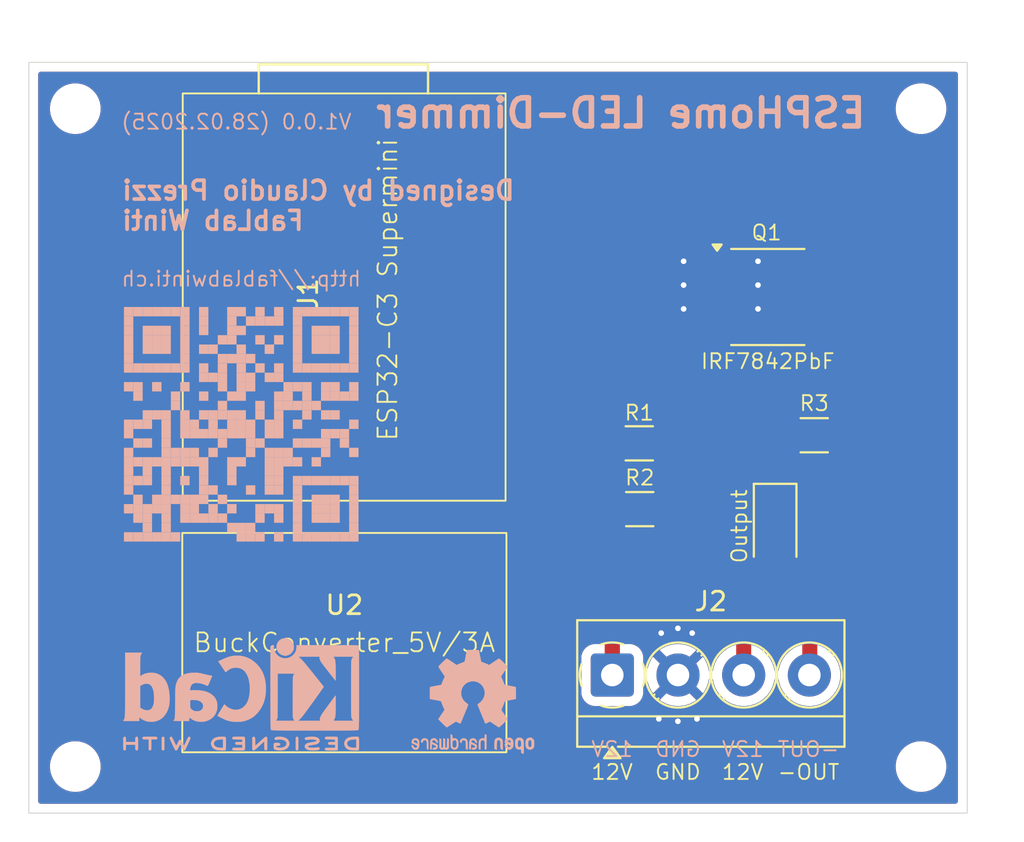
<source format=kicad_pcb>
(kicad_pcb (version 20241229) (generator "pcbnew") (generator_version "9.0")
  (layers (0 "F.Cu" signal) (2 "B.Cu" signal) (13 "F.Paste" user) (15 "B.Paste" user) (5 "F.SilkS" user "F.Silkscreen") (7 "B.SilkS" user "B.Silkscreen") (1 "F.Mask" user) (3 "B.Mask" user) (25 "Edge.Cuts" user))
  (net 0 "")
  (net 11 "/5V")
  (net 13 "/GND")
  (net 14 "/GND OUT")
  (net 15 "/12V")
  (net 16 "Net-(LED1-K)")
  (net 17 "/GPIO0")
  (net 20 "Net-(Q1-G)")
  (footprint "LED_SMD:LED_1206_3216Metric" (layer "F.Cu") (at 123.444 83.7408 -90)
    (property "Reference" "LED1" (hide yes))
    (property "Value" "EL 15-21/G6C-FP1Q1L/2T" (hide yes))
    (property "Description" "Output" (at -0.0224 1.905 90) (layer "F.SilkS") (effects (font (size 0.8 0.8) (thickness 0.1))))
    (pad "1" smd roundrect (at -1.4 0 270) (size 1.25 1.75) (layers "F.Cu" "F.Mask" "F.Paste") (roundrect_rratio 0.2) (net 16 "Net-(LED1-K)"))
    (pad "2" smd roundrect (at 1.4 0 270) (size 1.25 1.75) (layers "F.Cu" "F.Mask" "F.Paste") (roundrect_rratio 0.2) (net 15 "/12V"))
  )
  (footprint "A_Footprints:MountingHole_2.2mm_M2" (layer "F.Cu") (at 86.1568 96.52)
    (property "Reference" "H2" (hide yes))
    (property "Value" "M2.5" (hide yes))
    (pad "" np_thru_hole circle (at 0 0) (size 2.2 2.2) (drill 2.2) (layers "*.Cu" "*.Mask"))
  )
  (footprint "TerminalBlock_MetzConnect:TerminalBlock_MetzConnect_Type059_RT06304HBWC_1x04_P3.50mm_Horizontal" (layer "F.Cu") (at 114.7676 91.6432)
    (property "Reference" "J2" (at 5.25 -3.92 0) (layer "F.SilkS"))
    (property "Value" "Screw_Terminal_01x04" (hide yes))
    (pad "1" thru_hole roundrect (at 0 0) (size 2.3 2.3) (drill 1.2) (layers "*.Cu" "*.Mask") (roundrect_rratio 0.108696) (net 15 "/12V"))
    (pad "2" thru_hole circle (at 3.5 0) (size 2.3 2.3) (drill 1.2) (layers "*.Cu" "*.Mask") (net 13 "/GND"))
    (pad "3" thru_hole circle (at 7 0) (size 2.3 2.3) (drill 1.2) (layers "*.Cu" "*.Mask") (net 15 "/12V"))
    (pad "4" thru_hole circle (at 10.5 0) (size 2.3 2.3) (drill 1.2) (layers "*.Cu" "*.Mask") (net 14 "/GND OUT"))
  )
  (footprint "A_Footprints:MountingHole_2.2mm_M2" (layer "F.Cu") (at 86.1568 61.468)
    (property "Reference" "H1" (hide yes))
    (property "Value" "M2.5" (hide yes))
    (pad "" np_thru_hole circle (at 0 0) (size 2.2 2.2) (drill 2.2) (layers "*.Cu" "*.Mask"))
  )
  (footprint "A_Footprints:MountingHole_2.2mm_M2" (layer "F.Cu") (at 131.2164 96.52)
    (property "Reference" "H3" (hide yes))
    (property "Value" "M2.5" (hide yes))
    (pad "" np_thru_hole circle (at 0 0) (size 2.2 2.2) (drill 2.2) (layers "*.Cu" "*.Mask"))
  )
  (footprint "A_Footprints:SOIC-8_3.9x4.9mm_P1.27mm" (layer "F.Cu") (at 123.0518 71.501)
    (property "Reference" "Q1" (at -0.065 -3.429 180) (layer "F.SilkS") (effects (font (size 0.8 0.8) (thickness 0.1))))
    (property "Value" "IRF7842PbF" (hide yes))
    (fp_text user "${Value}" (at 0 3.429 0) (layer "F.SilkS") (effects (font (size 0.8 0.8) (thickness 0.1))))
    (pad "1" smd roundrect (at -2.475 -1.905) (size 1.95 0.6) (layers "F.Cu" "F.Mask" "F.Paste") (net 13 "/GND"))
    (pad "2" smd roundrect (at -2.475 -0.635) (size 1.95 0.6) (layers "F.Cu" "F.Mask" "F.Paste") (net 13 "/GND"))
    (pad "3" smd roundrect (at -2.475 0.635) (size 1.95 0.6) (layers "F.Cu" "F.Mask" "F.Paste") (net 13 "/GND"))
    (pad "4" smd roundrect (at -2.475 1.905) (size 1.95 0.6) (layers "F.Cu" "F.Mask" "F.Paste") (net 20 "Net-(Q1-G)"))
    (pad "5" smd roundrect (at 2.475 1.905) (size 1.95 0.6) (layers "F.Cu" "F.Mask" "F.Paste") (net 14 "/GND OUT"))
    (pad "6" smd roundrect (at 2.475 0.635) (size 1.95 0.6) (layers "F.Cu" "F.Mask" "F.Paste") (net 14 "/GND OUT"))
    (pad "7" smd roundrect (at 2.475 -0.635) (size 1.95 0.6) (layers "F.Cu" "F.Mask" "F.Paste") (net 14 "/GND OUT"))
    (pad "8" smd roundrect (at 2.475 -1.905) (size 1.95 0.6) (layers "F.Cu" "F.Mask" "F.Paste") (net 14 "/GND OUT"))
  )
  (footprint "A_Footprints:R_XL_1206_3216Metric_Pad_HandSolder" (layer "F.Cu") (at 116.205 79.2988)
    (property "Reference" "R1" (at 0 -1.6256 0) (layer "F.SilkS") (effects (font (size 0.8 0.8) (thickness 0.1))))
    (property "Value" "560" (hide yes))
    (pad "1" smd roundrect (at -1.97355 0.012857 180) (size 2.052888 2.216324) (layers "F.Cu" "F.Mask" "F.Paste") (roundrect_rratio 0.192308) (net 17 "/GPIO0"))
    (pad "2" smd roundrect (at 1.966866 0.005924 180) (size 2.11364 2.202475) (layers "F.Cu" "F.Mask" "F.Paste") (roundrect_rratio 0.192308) (net 20 "Net-(Q1-G)"))
  )
  (footprint "A_Footprints:R_XL_1206_3216Metric_Pad_HandSolder" (layer "F.Cu") (at 125.5268 78.867)
    (property "Reference" "R3" (at 0 -1.7018 0) (layer "F.SilkS") (effects (font (size 0.8 0.8) (thickness 0.1))))
    (property "Value" "560" (hide yes))
    (pad "1" smd roundrect (at -1.97355 0.012857 180) (size 2.052888 2.216324) (layers "F.Cu" "F.Mask" "F.Paste") (roundrect_rratio 0.192308) (net 16 "Net-(LED1-K)"))
    (pad "2" smd roundrect (at 1.966866 0.005924 180) (size 2.11364 2.202475) (layers "F.Cu" "F.Mask" "F.Paste") (roundrect_rratio 0.192308) (net 14 "/GND OUT"))
  )
  (footprint "A_Footprints:R_XL_1206_3216Metric_Pad_HandSolder" (layer "F.Cu") (at 116.2304 82.804 180)
    (property "Reference" "R2" (at 0 1.6764 0) (layer "F.SilkS") (effects (font (size 0.8 0.8) (thickness 0.1))))
    (property "Value" "10k" (hide yes))
    (pad "1" smd roundrect (at -1.97355 0.012857) (size 2.052888 2.216324) (layers "F.Cu" "F.Mask" "F.Paste") (roundrect_rratio 0.192308) (net 20 "Net-(Q1-G)"))
    (pad "2" smd roundrect (at 1.966866 0.005924) (size 2.11364 2.202475) (layers "F.Cu" "F.Mask" "F.Paste") (roundrect_rratio 0.192308) (net 13 "/GND"))
  )
  (footprint "A_Footprints:MODULE_ESP32-C3_SUPERMINI_FlatSolder" (layer "F.Cu") (at 100.465 71.501)
    (property "Reference" "U1" (at -1.905 0 90) (layer "F.SilkS"))
    (property "Value" "ESP32-C3_SUPERMINI" (hide yes))
    (fp_text user "ESP32-C3 Supermini" (at 2.921 7.747 90) (layer "F.SilkS") (effects (font (thickness 0.1)) (justify left bottom)))
    (pad "0" smd roundrect (at 9.5 7.874 180) (size 2.5 1.4) (layers "F.Cu" "F.Mask" "F.Paste") (net 17 "/GPIO0"))
    (pad "1" smd roundrect (at 9.5 5.331 180) (size 2.5 1.4) (layers "F.Cu" "F.Mask" "F.Paste"))
    (pad "2" smd roundrect (at 9.5 2.791 180) (size 2.5 1.4) (layers "F.Cu" "F.Mask" "F.Paste"))
    (pad "3" smd roundrect (at 9.5 0.251 180) (size 2.5 1.4) (layers "F.Cu" "F.Mask" "F.Paste"))
    (pad "3.3" smd roundrect (at 9.5 -4.829 180) (size 2.5 1.4) (layers "F.Cu" "F.Mask" "F.Paste"))
    (pad "4" smd roundrect (at 9.5 -2.289 180) (size 2.5 1.4) (layers "F.Cu" "F.Mask" "F.Paste"))
    (pad "5" smd roundrect (at -9.5 -9.906 180) (size 2.5 1.4) (layers "F.Cu" "F.Mask" "F.Paste"))
    (pad "5V" smd roundrect (at 9.5 -9.909 180) (size 2.5 1.4) (layers "F.Cu" "F.Mask" "F.Paste") (net 11 "/5V"))
    (pad "6" smd roundrect (at -9.5 -7.366 180) (size 2.5 1.4) (layers "F.Cu" "F.Mask" "F.Paste"))
    (pad "7" smd roundrect (at -9.5 -4.826 180) (size 2.5 1.4) (layers "F.Cu" "F.Mask" "F.Paste"))
    (pad "8" smd roundrect (at -9.5 -2.286 180) (size 2.5 1.4) (layers "F.Cu" "F.Mask" "F.Paste"))
    (pad "9" smd roundrect (at -9.5 0.254 180) (size 2.5 1.4) (layers "F.Cu" "F.Mask" "F.Paste"))
    (pad "10" smd roundrect (at -9.5 2.794 180) (size 2.5 1.4) (layers "F.Cu" "F.Mask" "F.Paste"))
    (pad "20" smd roundrect (at -9.5 5.334 180) (size 2.5 1.4) (layers "F.Cu" "F.Mask" "F.Paste"))
    (pad "21" smd roundrect (at -9.5 7.874 180) (size 2.5 1.4) (layers "F.Cu" "F.Mask" "F.Paste"))
    (pad "G" smd roundrect (at 9.5 -7.369 180) (size 2.5 1.4) (layers "F.Cu" "F.Mask" "F.Paste") (net 13 "/GND"))
  )
  (footprint "A_Footprints:MountingHole_2.2mm_M2" (layer "F.Cu") (at 131.2164 61.468)
    (property "Reference" "H4" (hide yes))
    (property "Value" "M2.5" (hide yes))
    (pad "" np_thru_hole circle (at 0 0) (size 2.2 2.2) (drill 2.2) (layers "*.Cu" "*.Mask"))
  )
  (footprint "CPs_Footprints:Mini BuckConverter 5V 3A" (layer "F.Cu") (at 100.4908 89.916)
    (property "Reference" "U2" (at 0 -2 0) (layer "F.SilkS"))
    (property "Value" "BuckConverter_5V/3A" (at 0 0 0) (layer "F.SilkS") (effects (font (thickness 0.1))))
    (pad "1" connect roundrect (at 9 -4.5) (size 2.5 1.5) (layers "F.Cu" "F.Mask") (roundrect_rratio 0.1968503937) (net 15 "/12V"))
    (pad "2" connect roundrect (at 9 4.5) (size 2.5 1.5) (layers "F.Cu" "F.Mask") (roundrect_rratio 0.1968503937) (net 13 "/GND"))
    (pad "3" connect roundrect (at -9 4.5) (size 2.5 1.5) (layers "F.Cu" "F.Mask") (roundrect_rratio 0.1968503937) (net 13 "/GND"))
    (pad "4" connect roundrect (at -9 -4.5) (size 2.5 1.5) (layers "F.Cu" "F.Mask") (roundrect_rratio 0.1968503937) (net 11 "/5V"))
  )
  (footprint "Symbol:KiCad-Logo2_5mm_SilkScreen" (layer "B.Cu") (at 94.996 92.6592 180)
    (property "Reference" "Logo1" (hide yes))
    (property "Value" "Designed by KiCad" (hide yes))
  )
  (footprint "CPs_Footprints:QR_FabLab-Winti" (layer "B.Cu") (at 94.996 78.2828 180)
    (property "Reference" "Logo3" (hide yes))
    (property "Value" "http://fablabwinti.ch" (at 0 7.75 0) (layer "B.SilkS") (effects (font (size 0.8 0.8) (thickness 0.1)) (justify mirror)))
  )
  (footprint "Symbol:OSHW-Logo2_7.3x6mm_SilkScreen" (layer "B.Cu") (at 107.3404 93.0656 180)
    (property "Reference" "Logo2" (hide yes))
    (property "Value" "Open Hardware" (hide yes))
  )
  (gr_rect (start 83.6792 59) (end 133.6792 99) (stroke (width 0.05)) (fill no) (layer "Edge.Cuts"))
  (gr_text "GND" (at 118.2624 97.282 0) (layer "F.SilkS") (effects (font (size 0.8 0.8) (thickness 0.1)) (justify bottom)))
  (gr_text "12V" (at 114.7572 97.282 0) (layer "F.SilkS") (effects (font (size 0.8 0.8) (thickness 0.1)) (justify bottom)))
  (gr_text "12V" (at 121.7168 97.282 0) (layer "F.SilkS") (effects (font (size 0.8 0.8) (thickness 0.1)) (justify bottom)))
  (gr_text "-OUT" (at 125.222 97.282 0) (layer "F.SilkS") (effects (font (size 0.8 0.8) (thickness 0.1)) (justify bottom)))
  (gr_text "GND" (at 118.2624 96.0628 0) (layer "B.SilkS") (effects (font (size 0.8 0.8) (thickness 0.1)) (justify bottom mirror)))
  (gr_text "12V" (at 121.7168 96.0628 0) (layer "B.SilkS") (effects (font (size 0.8 0.8) (thickness 0.1)) (justify bottom mirror)))
  (gr_text "V1.0.0 (28.02.2025)" (at 100.9396 62.6364 0) (layer "B.SilkS") (effects (font (size 0.8 0.8) (thickness 0.1)) (justify left bottom mirror)))
  (gr_text "-OUT" (at 125.222 96.0628 0) (layer "B.SilkS") (effects (font (size 0.8 0.8) (thickness 0.1)) (justify bottom mirror)))
  (gr_text "ESPHome LED-Dimmer" (at 128.4224 62.5856 0) (layer "B.SilkS") (effects (font (size 1.5 1.5) (thickness 0.3) (bold yes)) (justify left bottom mirror)))
  (gr_text "12V" (at 114.7572 96.0628 0) (layer "B.SilkS") (effects (font (size 0.8 0.8) (thickness 0.1)) (justify bottom mirror)))
  (gr_text "Designed by Claudio Prezzi\nFabLab Winti" (at 88.5444 68.0212 0) (layer "B.SilkS") (effects (font (size 1 1) (thickness 0.2) (bold yes)) (justify right bottom mirror)))
  (segment (start 103.254 61.592) (end 109.965 61.592) (width 0.65) (layer "F.Cu") (net 11))
  (segment (start 100.457 79.756) (end 100.457 64.389) (width 0.65) (layer "F.Cu") (net 11))
  (segment (start 100.457 64.389) (end 103.254 61.592) (width 0.65) (layer "F.Cu") (net 11))
  (segment (start 94.7674 85.4456) (end 100.457 79.756) (width 0.65) (layer "F.Cu") (net 11))
  (segment (start 91.457 85.416) (end 91.4866 85.4456) (width 0.65) (layer "F.Cu") (net 11))
  (segment (start 91.4866 85.4456) (end 94.7674 85.4456) (width 0.65) (layer "F.Cu") (net 11))
  (via (at 122.5296 72.136) (size 0.6) (drill 0.3) (layers "F.Cu" "B.Cu") (net 13))
  (via (at 118.5672 70.866) (size 0.6) (drill 0.3) (layers "F.Cu" "B.Cu") (net 13))
  (via (at 117.3734 89.408) (size 0.6) (drill 0.3) (layers "F.Cu" "B.Cu") (net 13))
  (via (at 118.2624 94.107) (size 0.6) (drill 0.3) (layers "F.Cu" "B.Cu") (net 13))
  (via (at 119.0244 89.408) (size 0.6) (drill 0.3) (layers "F.Cu" "B.Cu") (net 13))
  (via (at 118.2624 89.154) (size 0.6) (drill 0.3) (layers "F.Cu" "B.Cu") (net 13))
  (via (at 119.2784 93.98) (size 0.6) (drill 0.3) (layers "F.Cu" "B.Cu") (net 13))
  (via (at 117.2464 93.98) (size 0.6) (drill 0.3) (layers "F.Cu" "B.Cu") (net 13))
  (via (at 118.5672 72.136) (size 0.6) (drill 0.3) (layers "F.Cu" "B.Cu") (net 13))
  (via (at 118.5672 69.596) (size 0.6) (drill 0.3) (layers "F.Cu" "B.Cu") (net 13))
  (via (at 122.5296 69.596) (size 0.6) (drill 0.3) (layers "F.Cu" "B.Cu") (net 13))
  (via (at 122.5296 70.866) (size 0.6) (drill 0.3) (layers "F.Cu" "B.Cu") (net 13))
  (segment (start 125.2888 87.741) (end 125.2888 91.622) (width 0.8) (layer "F.Cu") (net 14))
  (segment (start 127.508 71.2724) (end 127.508 72.5932) (width 0.5) (layer "F.Cu") (net 14))
  (segment (start 125.2888 87.6902) (end 125.2888 87.741) (width 0.8) (layer "F.Cu") (net 14))
  (segment (start 127.0508 72.136) (end 127.508 72.5932) (width 0.4) (layer "F.Cu") (net 14))
  (segment (start 125.5268 72.136) (end 127.0508 72.136) (width 0.4) (layer "F.Cu") (net 14))
  (segment (start 127.508 73.8124) (end 127.508 85.471) (width 0.8) (layer "F.Cu") (net 14))
  (segment (start 127.508 85.471) (end 125.2888 87.6902) (width 0.8) (layer "F.Cu") (net 14))
  (segment (start 127.508 73.8124) (end 127.1016 73.406) (width 0.4) (layer "F.Cu") (net 14))
  (segment (start 125.2888 91.622) (end 125.2676 91.6432) (width 0.8) (layer "F.Cu") (net 14))
  (segment (start 127.508 72.5932) (end 127.508 73.8124) (width 0.6) (layer "F.Cu") (net 14))
  (segment (start 127.508 69.977) (end 127.508 71.2724) (width 0.4) (layer "F.Cu") (net 14))
  (segment (start 127.1016 70.866) (end 127.508 71.2724) (width 0.4) (layer "F.Cu") (net 14))
  (segment (start 125.5268 70.866) (end 127.1016 70.866) (width 0.4) (layer "F.Cu") (net 14))
  (segment (start 127.1016 73.406) (end 125.5268 73.406) (width 0.4) (layer "F.Cu") (net 14))
  (segment (start 127.127 69.596) (end 127.508 69.977) (width 0.4) (layer "F.Cu") (net 14))
  (segment (start 125.5268 69.596) (end 127.127 69.596) (width 0.4) (layer "F.Cu") (net 14))
  (segment (start 114.7676 89.0628) (end 114.7168 89.0628) (width 0.8) (layer "F.Cu") (net 15))
  (segment (start 120.2944 87.9348) (end 121.7676 89.408) (width 0.8) (layer "F.Cu") (net 15))
  (segment (start 114.7676 91.6432) (end 114.7676 89.0628) (width 0.8) (layer "F.Cu") (net 15))
  (segment (start 121.7676 89.3572) (end 121.7676 89.408) (width 0.2) (layer "F.Cu") (net 15))
  (segment (start 111.07 85.416) (end 109.4908 85.416) (width 0.8) (layer "F.Cu") (net 15))
  (segment (start 114.7676 91.6432) (end 114.7676 89.1436) (width 0.8) (layer "F.Cu") (net 15))
  (segment (start 123.444 87.6808) (end 123.444 85.093) (width 0.2) (layer "F.Cu") (net 15))
  (segment (start 123.444 87.6808) (end 121.7676 89.3572) (width 0.2) (layer "F.Cu") (net 15))
  (segment (start 114.7676 89.1436) (end 115.9764 87.9348) (width 0.8) (layer "F.Cu") (net 15))
  (segment (start 115.9764 87.9348) (end 120.2944 87.9348) (width 0.8) (layer "F.Cu") (net 15))
  (segment (start 114.7168 89.0628) (end 111.07 85.416) (width 0.8) (layer "F.Cu") (net 15))
  (segment (start 121.7676 91.6432) (end 121.7676 89.408) (width 0.8) (layer "F.Cu") (net 15))
  (segment (start 123.444 78.989107) (end 123.55325 78.879857) (width 0.2) (layer "F.Cu") (net 16))
  (segment (start 123.444 82.3408) (end 123.444 78.989107) (width 0.2) (layer "F.Cu") (net 16))
  (segment (start 123.444 78.938307) (end 123.50245 78.879857) (width 0.2) (layer "F.Cu") (net 16))
  (segment (start 109.965 79.375) (end 114.168107 79.375) (width 0.2) (layer "F.Cu") (net 17))
  (segment (start 114.168107 79.375) (end 114.23145 79.311657) (width 0.2) (layer "F.Cu") (net 17))
  (segment (start 118.20395 79.336808) (end 118.171866 79.304724) (width 0.2) (layer "F.Cu") (net 20))
  (segment (start 118.7196 73.406) (end 120.5768 73.406) (width 0.2) (layer "F.Cu") (net 20))
  (segment (start 118.171866 79.304724) (end 118.171866 73.953734) (width 0.2) (layer "F.Cu") (net 20))
  (segment (start 118.171866 73.953734) (end 118.7196 73.406) (width 0.2) (layer "F.Cu") (net 20))
  (segment (start 118.20395 82.791143) (end 118.20395 79.336808) (width 0.2) (layer "F.Cu") (net 20))
  (zone (net 13) (net_name "/GND") (layers "F.Cu" "B.Cu") (connect_pads (clearance 0.5)) (min_thickness 0.25) (fill yes (thermal_gap 0.5) (thermal_bridge_width 0.5))
    (polygon (pts (xy 82.1436 100.5332) (xy 136.6012 100.076) (xy 136.7028 55.6768) (xy 82.1944 55.8292)))
  )
)
</source>
